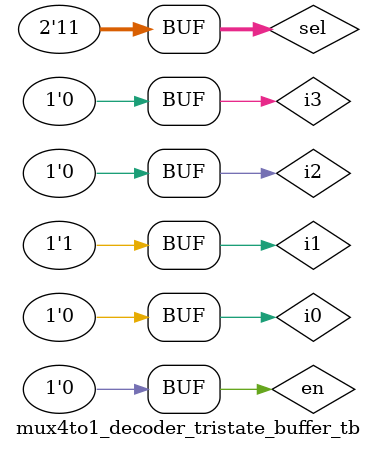
<source format=v>
module mux4to1_decoder_tristate_buffer_tb();

reg [1:0]sel;
reg i0,i1,i2,i3,en;
wire out;

mux4to1_decoder_tristate_buffer DUT(i0,i1,i2,i3, sel, en, out);

initial 
begin
sel=2'b01; i0=1'b0; i1=1'b1; i2=1'b0; i3=1'b1; en =1'b1;

#50 sel=2'b10; i0=1'b1; i1=1'b1; i2=1'b1; i3=1'b1;

#50 sel=2'b00; i0=1'b0; i1=1'b0; i2=1'b0; i3=1'b1;

#50 sel=2'b11; i0=1'b0; i1=1'b1; i2=1'b0; i3=1'b0;

#50 sel=2'b10; i0=1'b1; i1=1'b1; i2=1'b1; i3=1'b1;en =1'b0;

#50 sel=2'b11; i0=1'b0; i1=1'b1; i2=1'b0; i3=1'b0;


end

endmodule

</source>
